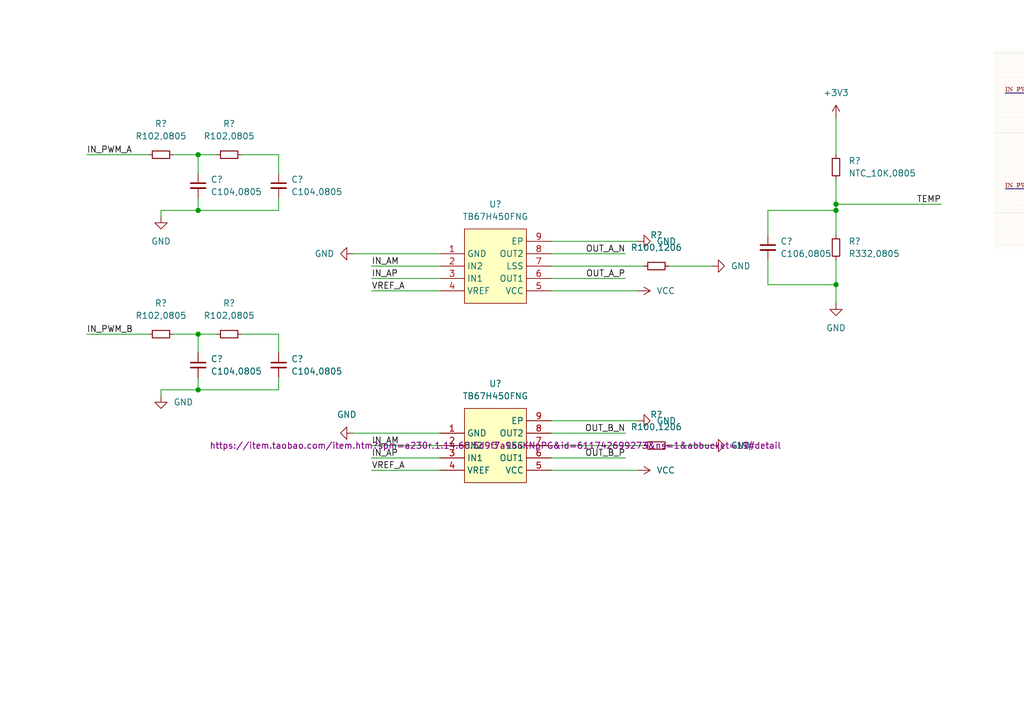
<source format=kicad_sch>
(kicad_sch (version 20211123) (generator eeschema)
  (paper "A5")
  (lib_symbols
    (symbol "TB67H450FNG_1"
      (property "Reference" "U" (at 0 -8.89 0))
      (property "Value" "TB67H450FNG_1" (at 0 -11.43 0))
      (property "PRICE" "3" (at 0 0 0))
      (property "TAOBAO" "https://item.taobao.com/item.htm?spm=a230r.1.14.68.5d9f7a9buKNpPG&id=611742699273&ns=1&abbucket=19#detail" (at 0 0 0))
      (symbol "TB67H450FNG_1_0_0"
        (rectangle (start -6.35 7.62) (end 6.35 -7.62) (fill (type background)))
      )
      (symbol "TB67H450FNG_1_1_1"
        (pin input line (at -11.43 2.54 0) (length 5.08) (name "GND") (number "1"))
        (pin input line (at -11.43 0 0) (length 5.08) (name "IN2") (number "2"))
        (pin input line (at -11.43 -2.54 0) (length 5.08) (name "IN1") (number "3"))
        (pin input line (at -11.43 -5.08 0) (length 5.08) (name "VREF") (number "4"))
        (pin input line (at 11.43 -5.08 180) (length 5.08) (name "VCC") (number "5"))
        (pin input line (at 11.43 -2.54 180) (length 5.08) (name "OUT1") (number "6"))
        (pin input line (at 11.43 0 180) (length 5.08) (name "LSS") (number "7"))
        (pin input line (at 11.43 2.54 180) (length 5.08) (name "OUT2") (number "8"))
        (pin input line (at 11.43 5.08 180) (length 5.08) (name "EP") (number "9"))
      )
    )
    (symbol "power:+3V3" (power) (pin_names (offset 0))
      (property "Value" "+3V3" (at 0 3.556 0))
      (symbol "+3V3_0_1"
        (polyline (pts (xy -0.762 1.27) (xy 0 2.54)))
        (polyline (pts (xy 0 0) (xy 0 2.54)))
        (polyline (pts (xy 0 2.54) (xy 0.762 1.27)))
      )
      (symbol "+3V3_1_1"
        (pin power_in line (at 0 0 90) (length 0) hide (name "+3V3") (number "1"))
      )
    )
    (symbol "power:GND" (power) (pin_names (offset 0))
      (property "Value" "GND" (at 0 -3.81 0))
      (symbol "GND_0_1"
        (polyline (pts (xy 0 0) (xy 0 -1.27) (xy 1.27 -1.27) (xy 0 -2.54) (xy -1.27 -1.27) (xy 0 -1.27)))
      )
      (symbol "GND_1_1"
        (pin power_in line (at 0 0 270) (length 0) hide (name "GND") (number "1"))
      )
    )
    (symbol "power:VCC" (power) (pin_names (offset 0))
      (property "Value" "VCC" (at 0 3.81 0))
      (symbol "VCC_0_1"
        (polyline (pts (xy -0.762 1.27) (xy 0 2.54)))
        (polyline (pts (xy 0 0) (xy 0 2.54)))
        (polyline (pts (xy 0 2.54) (xy 0.762 1.27)))
      )
      (symbol "VCC_1_1"
        (pin power_in line (at 0 0 90) (length 0) hide (name "VCC") (number "1"))
      )
    )
    (symbol "taobao-c:C104,0805" (pin_numbers hide) (pin_names (offset 0.254) hide)
      (property "Reference" "C" (at 0.254 1.778 0))
      (property "Value" "C104,0805" (at 0.254 -2.032 0))
      (symbol "C104,0805_0_1"
        (polyline (pts (xy -1.524 -0.508) (xy 1.524 -0.508)) (stroke (width 0.3302)))
        (polyline (pts (xy -1.524 0.508) (xy 1.524 0.508)) (stroke (width 0.3048)))
      )
      (symbol "C104,0805_1_1"
        (pin passive line (at 0 2.54 270) (length 2.032) (name "~") (number "1"))
        (pin passive line (at 0 -2.54 90) (length 2.032) (name "~") (number "2"))
      )
    )
    (symbol "taobao-c:C106,0805" (pin_numbers hide) (pin_names (offset 0.254) hide)
      (property "Reference" "C" (at 0.254 1.778 0))
      (property "Value" "C106,0805" (at 0.254 -2.032 0))
      (symbol "C106,0805_0_1"
        (polyline (pts (xy -1.524 -0.508) (xy 1.524 -0.508)) (stroke (width 0.3302)))
        (polyline (pts (xy -1.524 0.508) (xy 1.524 0.508)) (stroke (width 0.3048)))
      )
      (symbol "C106,0805_1_1"
        (pin passive line (at 0 2.54 270) (length 2.032) (name "~") (number "1"))
        (pin passive line (at 0 -2.54 90) (length 2.032) (name "~") (number "2"))
      )
    )
    (symbol "taobao-components:TB67H450FNG"
      (property "Reference" "U" (at 0 -8.89 0))
      (property "Value" "TB67H450FNG" (at 0 -11.43 0))
      (symbol "TB67H450FNG_0_0"
        (rectangle (start -6.35 7.62) (end 6.35 -7.62) (fill (type background)))
      )
      (symbol "TB67H450FNG_1_1"
        (pin input line (at -11.43 2.54 0) (length 5.08) (name "GND") (number "1"))
        (pin input line (at -11.43 0 0) (length 5.08) (name "IN2") (number "2"))
        (pin input line (at -11.43 -2.54 0) (length 5.08) (name "IN1") (number "3"))
        (pin input line (at -11.43 -5.08 0) (length 5.08) (name "VREF") (number "4"))
        (pin input line (at 11.43 -5.08 180) (length 5.08) (name "VCC") (number "5"))
        (pin input line (at 11.43 -2.54 180) (length 5.08) (name "OUT1") (number "6"))
        (pin input line (at 11.43 0 180) (length 5.08) (name "LSS") (number "7"))
        (pin input line (at 11.43 2.54 180) (length 5.08) (name "OUT2") (number "8"))
        (pin input line (at 11.43 5.08 180) (length 5.08) (name "EP") (number "9"))
      )
    )
    (symbol "taobao-r:NTC_10K,0805" (pin_numbers hide) (pin_names (offset 0.254) hide)
      (property "Reference" "R" (at 0.762 0.508 0))
      (property "Value" "NTC_10K,0805" (at 0.762 -1.016 0))
      (symbol "NTC_10K,0805_0_1"
        (rectangle (start -0.762 1.778) (end 0.762 -1.778) (stroke (width 0.2032)))
      )
      (symbol "NTC_10K,0805_1_1"
        (pin passive line (at 0 2.54 270) (length 0.762) (name "~") (number "1"))
        (pin passive line (at 0 -2.54 90) (length 0.762) (name "~") (number "2"))
      )
    )
    (symbol "taobao-r:R100,1206" (pin_numbers hide) (pin_names (offset 0.254) hide)
      (property "Reference" "R" (at 0.762 0.508 0))
      (property "Value" "R100,1206" (at 0.762 -1.016 0))
      (symbol "R100,1206_0_1"
        (rectangle (start -0.762 1.778) (end 0.762 -1.778) (stroke (width 0.2032)))
      )
      (symbol "R100,1206_1_1"
        (pin passive line (at 0 2.54 270) (length 0.762) (name "~") (number "1"))
        (pin passive line (at 0 -2.54 90) (length 0.762) (name "~") (number "2"))
      )
    )
    (symbol "taobao-r:R102,0805" (pin_numbers hide) (pin_names (offset 0.254) hide)
      (property "Reference" "R" (at 0.762 0.508 0))
      (property "Value" "R102,0805" (at 0.762 -1.016 0))
      (symbol "R102,0805_0_1"
        (rectangle (start -0.762 1.778) (end 0.762 -1.778) (stroke (width 0.2032)))
      )
      (symbol "R102,0805_1_1"
        (pin passive line (at 0 2.54 270) (length 0.762) (name "~") (number "1"))
        (pin passive line (at 0 -2.54 90) (length 0.762) (name "~") (number "2"))
      )
    )
    (symbol "taobao-r:R332,0805" (pin_numbers hide) (pin_names (offset 0.254) hide)
      (property "Reference" "R" (at 0.762 0.508 0))
      (property "Value" "R332,0805" (at 0.762 -1.016 0))
      (symbol "R332,0805_0_1"
        (rectangle (start -0.762 1.778) (end 0.762 -1.778) (stroke (width 0.2032)))
      )
      (symbol "R332,0805_1_1"
        (pin passive line (at 0 2.54 270) (length 0.762) (name "~") (number "1"))
        (pin passive line (at 0 -2.54 90) (length 0.762) (name "~") (number "2"))
      )
    )
  )
  (junction (at 171.45 58.42))
  (junction (at 40.64 31.75))
  (junction (at 40.64 68.58))
  (junction (at 171.45 43.18))
  (junction (at 40.64 80.01))
  (junction (at 171.45 41.91))
  (junction (at 40.64 43.18))
  (wire (pts (xy 17.78 31.75) (xy 30.48 31.75)))
  (wire (pts (xy 35.56 68.58) (xy 40.64 68.58)))
  (wire (pts (xy 40.64 43.18) (xy 57.15 43.18)))
  (wire (pts (xy 137.16 91.44) (xy 146.05 91.44)))
  (wire (pts (xy 40.64 68.58) (xy 44.45 68.58)))
  (wire (pts (xy 33.02 44.45) (xy 33.02 43.18)))
  (wire (pts (xy 171.45 24.13) (xy 171.45 31.75)))
  (wire (pts (xy 57.15 68.58) (xy 57.15 72.39)))
  (wire (pts (xy 171.45 53.34) (xy 171.45 58.42)))
  (wire (pts (xy 171.45 58.42) (xy 157.48 58.42)))
  (wire (pts (xy 113.03 91.44) (xy 132.08 91.44)))
  (wire (pts (xy 49.53 68.58) (xy 57.15 68.58)))
  (wire (pts (xy 171.45 41.91) (xy 171.45 43.18)))
  (wire (pts (xy 157.48 58.42) (xy 157.48 53.34)))
  (wire (pts (xy 113.03 57.15) (xy 128.27 57.15)))
  (wire (pts (xy 49.53 31.75) (xy 57.15 31.75)))
  (wire (pts (xy 72.39 88.9) (xy 90.17 88.9)))
  (wire (pts (xy 33.02 81.28) (xy 33.02 80.01)))
  (wire (pts (xy 76.2 57.15) (xy 90.17 57.15)))
  (wire (pts (xy 33.02 43.18) (xy 40.64 43.18)))
  (wire (pts (xy 130.81 86.36) (xy 113.03 86.36)))
  (wire (pts (xy 40.64 31.75) (xy 44.45 31.75)))
  (wire (pts (xy 171.45 58.42) (xy 171.45 62.23)))
  (wire (pts (xy 157.48 48.26) (xy 157.48 43.18)))
  (wire (pts (xy 76.2 93.98) (xy 90.17 93.98)))
  (wire (pts (xy 171.45 36.83) (xy 171.45 41.91)))
  (wire (pts (xy 40.64 68.58) (xy 40.64 72.39)))
  (wire (pts (xy 57.15 43.18) (xy 57.15 40.64)))
  (wire (pts (xy 113.03 52.07) (xy 128.27 52.07)))
  (wire (pts (xy 113.03 54.61) (xy 132.08 54.61)))
  (wire (pts (xy 33.02 80.01) (xy 40.64 80.01)))
  (wire (pts (xy 57.15 31.75) (xy 57.15 35.56)))
  (wire (pts (xy 113.03 96.52) (xy 130.81 96.52)))
  (wire (pts (xy 40.64 77.47) (xy 40.64 80.01)))
  (wire (pts (xy 157.48 43.18) (xy 171.45 43.18)))
  (wire (pts (xy 113.03 88.9) (xy 128.27 88.9)))
  (wire (pts (xy 137.16 54.61) (xy 146.05 54.61)))
  (wire (pts (xy 171.45 43.18) (xy 171.45 48.26)))
  (wire (pts (xy 40.64 80.01) (xy 57.15 80.01)))
  (wire (pts (xy 76.2 91.44) (xy 90.17 91.44)))
  (wire (pts (xy 17.78 68.58) (xy 30.48 68.58)))
  (wire (pts (xy 193.04 41.91) (xy 171.45 41.91)))
  (wire (pts (xy 72.39 52.07) (xy 90.17 52.07)))
  (wire (pts (xy 113.03 93.98) (xy 128.27 93.98)))
  (wire (pts (xy 40.64 31.75) (xy 40.64 35.56)))
  (wire (pts (xy 76.2 59.69) (xy 90.17 59.69)))
  (wire (pts (xy 57.15 80.01) (xy 57.15 77.47)))
  (wire (pts (xy 76.2 54.61) (xy 90.17 54.61)))
  (wire (pts (xy 130.81 49.53) (xy 113.03 49.53)))
  (wire (pts (xy 35.56 31.75) (xy 40.64 31.75)))
  (wire (pts (xy 113.03 59.69) (xy 130.81 59.69)))
  (wire (pts (xy 76.2 96.52) (xy 90.17 96.52)))
  (wire (pts (xy 40.64 40.64) (xy 40.64 43.18)))
  (image (at 256.54 30.48))
  (label "OUT_B_P" (at 128.27 93.98 180))
  (label "TEMP" (at 193.04 41.91 180))
  (label "IN_AM" (at 76.2 54.61 0))
  (label "VREF_A" (at 76.2 96.52 0))
  (label "VREF_A" (at 76.2 59.69 0))
  (label "IN_PWM_A" (at 17.78 31.75 0))
  (label "OUT_B_N" (at 128.27 88.9 180))
  (label "IN_PWM_B" (at 17.78 68.58 0))
  (label "OUT_A_P" (at 128.27 57.15 180))
  (label "OUT_A_N" (at 128.27 52.07 180))
  (label "IN_AM" (at 76.2 91.44 0))
  (label "IN_AP" (at 76.2 93.98 0))
  (label "IN_AP" (at 76.2 57.15 0))
  (symbol (lib_id "power:GND") (at 130.81 86.36 90) (unit 1)
    (property "Reference" "#PWR?" (effects hide))
    (property "Value" "GND" (at 134.62 86.3599 90) (effects (justify right)))
  )
  (symbol (lib_id "taobao-r:R102,0805") (at 33.02 68.58 90) (unit 1)
    (property "Reference" "R?" (at 33.02 62.23 90))
    (property "Value" "R102,0805" (at 33.02 64.77 90))
    (property "Footprint" "Resistor_SMD:R_0805_2012Metric_Pad1.15x1.40mm_HandSolder" (effects hide))
  )
  (symbol (lib_id "power:GND") (at 72.39 88.9 270) (unit 1)
    (property "Reference" "#PWR?" (effects hide))
    (property "Value" "GND" (at 71.12 85.09 90))
  )
  (symbol (lib_id "taobao-r:NTC_10K,0805") (at 171.45 34.29 0) (unit 1)
    (property "Reference" "R?" (at 173.99 33.0199 0) (effects (justify left)))
    (property "Value" "NTC_10K,0805" (at 173.99 35.5599 0) (effects (justify left)))
    (property "Footprint" "Resistor_SMD:R_0805_2012Metric_Pad1.15x1.40mm_HandSolder" (effects hide))
  )
  (symbol (lib_id "power:GND") (at 171.45 62.23 0) (unit 1)
    (property "Reference" "#PWR?" (effects hide))
    (property "Value" "GND" (at 171.45 67.31 0))
  )
  (symbol (lib_id "taobao-r:R102,0805") (at 33.02 31.75 90) (unit 1)
    (property "Reference" "R?" (at 33.02 25.4 90))
    (property "Value" "R102,0805" (at 33.02 27.94 90))
    (property "Footprint" "Resistor_SMD:R_0805_2012Metric_Pad1.15x1.40mm_HandSolder" (effects hide))
  )
  (symbol (lib_id "taobao-r:R100,1206") (at 134.62 54.61 90) (unit 1)
    (property "Reference" "R?" (at 134.62 48.26 90))
    (property "Value" "R100,1206" (at 134.62 50.8 90))
    (property "Footprint" "Resistor_SMD:R_0805_2012Metric_Pad1.15x1.40mm_HandSolder" (effects hide))
  )
  (symbol (lib_id "taobao-c:C104,0805") (at 40.64 74.93 0) (unit 1)
    (property "Reference" "C?" (at 43.18 73.6662 0) (effects (justify left)))
    (property "Value" "C104,0805" (at 43.18 76.2062 0) (effects (justify left)))
    (property "Footprint" "Capacitor_SMD:C_0805_2012Metric_Pad1.15x1.40mm_HandSolder" (effects hide))
  )
  (symbol (lib_id "power:+3V3") (at 171.45 24.13 0) (unit 1)
    (property "Reference" "#PWR?" (effects hide))
    (property "Value" "+3V3" (at 171.45 19.05 0))
  )
  (symbol (lib_id "power:GND") (at 146.05 54.61 90) (unit 1)
    (property "Reference" "#PWR?" (effects hide))
    (property "Value" "GND" (at 149.86 54.6099 90) (effects (justify right)))
  )
  (symbol (lib_id "taobao-c:C104,0805") (at 40.64 38.1 0) (unit 1)
    (property "Reference" "C?" (at 43.18 36.8362 0) (effects (justify left)))
    (property "Value" "C104,0805" (at 43.18 39.3762 0) (effects (justify left)))
    (property "Footprint" "Capacitor_SMD:C_0805_2012Metric_Pad1.15x1.40mm_HandSolder" (effects hide))
  )
  (symbol (lib_name "TB67H450FNG_1") (lib_id "taobao-components:TB67H450FNG") (at 101.6 91.44 0) (unit 1)
    (property "Reference" "U?" (at 101.6 78.74 0))
    (property "Value" "TB67H450FNG" (at 101.6 81.28 0))
    (property "Footprint" "Package_SO:HSOP-8-1EP_3.9x4.9mm_P1.27mm_EP2.41x3.1mm_ThermalVias" (effects hide))
    (property "PRICE" "3" (at 101.6 91.44 0))
    (property "TAOBAO" "https://item.taobao.com/item.htm?spm=a230r.1.14.68.5d9f7a9buKNpPG&id=611742699273&ns=1&abbucket=19#detail" (at 101.6 91.44 0))
  )
  (symbol (lib_id "power:VCC") (at 130.81 96.52 270) (unit 1)
    (property "Reference" "#PWR?" (effects hide))
    (property "Value" "VCC" (at 134.62 96.5199 90) (effects (justify left)))
  )
  (symbol (lib_id "power:GND") (at 72.39 52.07 270) (unit 1)
    (property "Reference" "#PWR?" (effects hide))
    (property "Value" "GND" (at 68.58 52.0699 90) (effects (justify right)))
  )
  (symbol (lib_id "taobao-r:R102,0805") (at 46.99 31.75 90) (unit 1)
    (property "Reference" "R?" (at 46.99 25.4 90))
    (property "Value" "R102,0805" (at 46.99 27.94 90))
    (property "Footprint" "Resistor_SMD:R_0805_2012Metric_Pad1.15x1.40mm_HandSolder" (effects hide))
  )
  (symbol (lib_id "taobao-c:C104,0805") (at 57.15 38.1 0) (unit 1)
    (property "Reference" "C?" (at 59.69 36.8362 0) (effects (justify left)))
    (property "Value" "C104,0805" (at 59.69 39.3762 0) (effects (justify left)))
    (property "Footprint" "Capacitor_SMD:C_0805_2012Metric_Pad1.15x1.40mm_HandSolder" (effects hide))
  )
  (symbol (lib_id "taobao-r:R332,0805") (at 171.45 50.8 0) (unit 1)
    (property "Reference" "R?" (at 173.99 49.5299 0) (effects (justify left)))
    (property "Value" "R332,0805" (at 173.99 52.0699 0) (effects (justify left)))
    (property "Footprint" "Resistor_SMD:R_0805_2012Metric_Pad1.15x1.40mm_HandSolder" (effects hide))
  )
  (symbol (lib_id "power:GND") (at 33.02 81.28 0) (unit 1)
    (property "Reference" "#PWR?" (effects hide))
    (property "Value" "GND" (at 35.56 82.5499 0) (effects (justify left)))
  )
  (symbol (lib_id "power:GND") (at 146.05 91.44 90) (unit 1)
    (property "Reference" "#PWR?" (effects hide))
    (property "Value" "GND" (at 149.86 91.4399 90) (effects (justify right)))
  )
  (symbol (lib_id "taobao-components:TB67H450FNG") (at 101.6 54.61 0) (unit 1)
    (property "Reference" "U?" (at 101.6 41.91 0))
    (property "Value" "TB67H450FNG" (at 101.6 44.45 0))
    (property "Footprint" "Package_SO:HSOP-8-1EP_3.9x4.9mm_P1.27mm_EP2.41x3.1mm_ThermalVias" (effects hide))
    (property "PRICE" "3" (effects hide))
    (property "TAOBAO" "https://item.taobao.com/item.htm?spm=a230r.1.14.68.5d9f7a9buKNpPG&id=611742699273&ns=1&abbucket=19#detail" (effects hide))
  )
  (symbol (lib_id "power:GND") (at 130.81 49.53 90) (unit 1)
    (property "Reference" "#PWR?" (effects hide))
    (property "Value" "GND" (at 134.62 49.5301 90) (effects (justify right)))
  )
  (symbol (lib_id "taobao-c:C104,0805") (at 57.15 74.93 0) (unit 1)
    (property "Reference" "C?" (at 59.69 73.6662 0) (effects (justify left)))
    (property "Value" "C104,0805" (at 59.69 76.2062 0) (effects (justify left)))
    (property "Footprint" "Capacitor_SMD:C_0805_2012Metric_Pad1.15x1.40mm_HandSolder" (effects hide))
  )
  (symbol (lib_id "taobao-r:R102,0805") (at 46.99 68.58 90) (unit 1)
    (property "Reference" "R?" (at 46.99 62.23 90))
    (property "Value" "R102,0805" (at 46.99 64.77 90))
    (property "Footprint" "Resistor_SMD:R_0805_2012Metric_Pad1.15x1.40mm_HandSolder" (effects hide))
  )
  (symbol (lib_id "taobao-c:C106,0805") (at 157.48 50.8 0) (unit 1)
    (property "Reference" "C?" (at 160.02 49.5362 0) (effects (justify left)))
    (property "Value" "C106,0805" (at 160.02 52.0762 0) (effects (justify left)))
    (property "Footprint" "Capacitor_SMD:C_0805_2012Metric_Pad1.15x1.40mm_HandSolder" (effects hide))
  )
  (symbol (lib_id "power:GND") (at 33.02 44.45 0) (unit 1)
    (property "Reference" "#PWR?" (effects hide))
    (property "Value" "GND" (at 33.02 49.53 0))
  )
  (symbol (lib_id "taobao-r:R100,1206") (at 134.62 91.44 90) (unit 1)
    (property "Reference" "R?" (at 134.62 85.09 90))
    (property "Value" "R100,1206" (at 134.62 87.63 90))
    (property "Footprint" "Resistor_SMD:R_0805_2012Metric_Pad1.15x1.40mm_HandSolder" (effects hide))
  )
  (symbol (lib_id "power:VCC") (at 130.81 59.69 270) (unit 1)
    (property "Reference" "#PWR?" (effects hide))
    (property "Value" "VCC" (at 134.62 59.6899 90) (effects (justify left)))
  )
)
</source>
